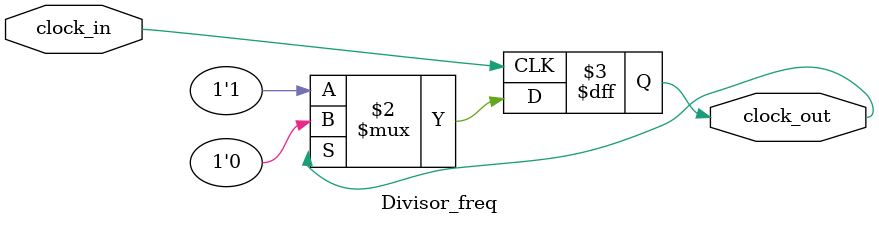
<source format=v>
module Divisor_freq
(clock_in,clock_out);
input clock_in;
output reg clock_out;

always @(posedge clock_in)
begin
 clock_out <= (clock_out)? 1'b0:1'b1;
end
endmodule
</source>
